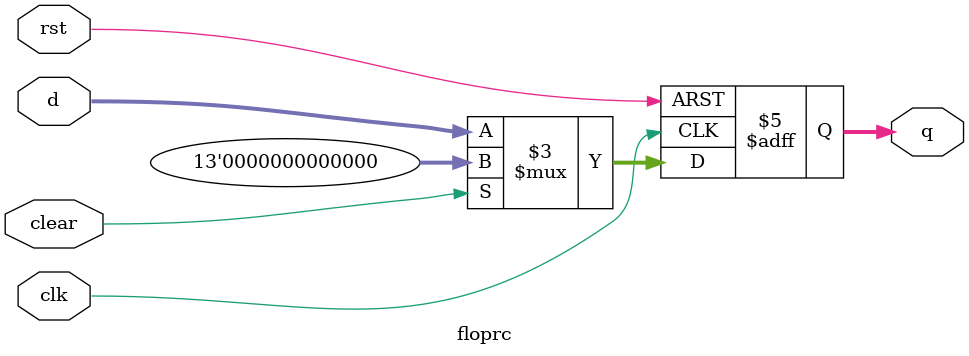
<source format=v>
`timescale 1ns / 1ps


module floprc #(parameter WIDTH = 13)(
	input wire clk,rst,clear,
	input wire[WIDTH-1:0] d,
	output reg[WIDTH-1:0] q
    );

	always @(posedge clk,posedge rst) begin
		if(rst) begin
			q <= 0;
		end else if (clear)begin
			q <= 0;
		end else begin 
			q <= d;
		end
	end
endmodule

</source>
